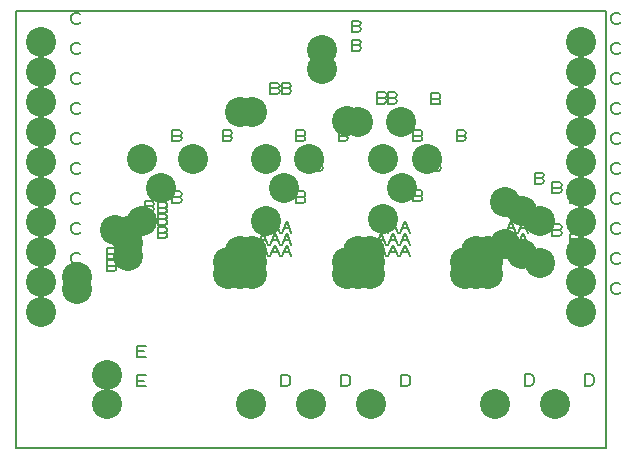
<source format=gbr>
%FSLAX23Y23*%
%MOIN*%
G04 EasyPC Gerber Version 15.0.4 Build 3016 *
%ADD10C,0.00500*%
%ADD100C,0.10000*%
X0Y0D02*
D02*
D10*
X3Y1722D02*
Y266D01*
X1971*
Y1722*
X3*
X218Y787D02*
X215Y784D01*
X209Y780*
X199*
X193Y784*
X190Y787*
X187Y793*
Y805*
X190Y812*
X193Y815*
X199Y818*
X209*
X215Y815*
X218Y812*
Y887D02*
X215Y884D01*
X209Y880*
X199*
X193Y884*
X190Y887*
X187Y893*
Y905*
X190Y912*
X193Y915*
X199Y918*
X209*
X215Y915*
X218Y912*
Y987D02*
X215Y984D01*
X209Y980*
X199*
X193Y984*
X190Y987*
X187Y993*
Y1005*
X190Y1012*
X193Y1015*
X199Y1018*
X209*
X215Y1015*
X218Y1012*
Y1087D02*
X215Y1084D01*
X209Y1080*
X199*
X193Y1084*
X190Y1087*
X187Y1093*
Y1105*
X190Y1112*
X193Y1115*
X199Y1118*
X209*
X215Y1115*
X218Y1112*
Y1187D02*
X215Y1184D01*
X209Y1180*
X199*
X193Y1184*
X190Y1187*
X187Y1193*
Y1205*
X190Y1212*
X193Y1215*
X199Y1218*
X209*
X215Y1215*
X218Y1212*
Y1287D02*
X215Y1284D01*
X209Y1280*
X199*
X193Y1284*
X190Y1287*
X187Y1293*
Y1305*
X190Y1312*
X193Y1315*
X199Y1318*
X209*
X215Y1315*
X218Y1312*
Y1387D02*
X215Y1384D01*
X209Y1380*
X199*
X193Y1384*
X190Y1387*
X187Y1393*
Y1405*
X190Y1412*
X193Y1415*
X199Y1418*
X209*
X215Y1415*
X218Y1412*
Y1487D02*
X215Y1484D01*
X209Y1480*
X199*
X193Y1484*
X190Y1487*
X187Y1493*
Y1505*
X190Y1512*
X193Y1515*
X199Y1518*
X209*
X215Y1515*
X218Y1512*
Y1587D02*
X215Y1584D01*
X209Y1580*
X199*
X193Y1584*
X190Y1587*
X187Y1593*
Y1605*
X190Y1612*
X193Y1615*
X199Y1618*
X209*
X215Y1615*
X218Y1612*
Y1687D02*
X215Y1684D01*
X209Y1680*
X199*
X193Y1684*
X190Y1687*
X187Y1693*
Y1705*
X190Y1712*
X193Y1715*
X199Y1718*
X209*
X215Y1715*
X218Y1712*
X329Y875D02*
X335Y872D01*
X338Y866*
X335Y860*
X329Y856*
X307*
Y894*
X329*
X335Y891*
X338Y885*
X335Y878*
X329Y875*
X307*
X329Y915D02*
X335Y911D01*
X338Y905*
X335Y899*
X329Y896*
X307*
Y933*
X329*
X335Y930*
X338Y924*
X335Y918*
X329Y915*
X307*
X405Y472D02*
Y509D01*
X436*
X430Y490D02*
X405D01*
Y472D02*
X436D01*
X405Y570D02*
Y608D01*
X436*
X430Y589D02*
X405D01*
Y570D02*
X436D01*
X455Y1072D02*
X461Y1069D01*
X464Y1063*
X461Y1056*
X455Y1053*
X433*
Y1091*
X455*
X461Y1088*
X464Y1081*
X461Y1075*
X455Y1072*
X433*
X498Y985D02*
X505Y982D01*
X508Y976*
X505Y970*
X498Y967*
X477*
Y1004*
X498*
X505Y1001*
X508Y995*
X505Y989*
X498Y985*
X477*
X498Y1029D02*
X505Y1026D01*
X508Y1019*
X505Y1013*
X498Y1010*
X477*
Y1047*
X498*
X505Y1044*
X508Y1038*
X505Y1032*
X498Y1029*
X477*
X498Y1068D02*
X505Y1065D01*
X508Y1059*
X505Y1052*
X498Y1049*
X477*
Y1087*
X498*
X505Y1084*
X508Y1077*
X505Y1071*
X498Y1068*
X477*
X546Y1104D02*
X552Y1100D01*
X555Y1094*
X552Y1088*
X546Y1085*
X524*
Y1122*
X546*
X552Y1119*
X555Y1113*
X552Y1107*
X546Y1104*
X524*
X546Y1308D02*
X552Y1305D01*
X555Y1299*
X552Y1293*
X546Y1290*
X524*
Y1327*
X546*
X552Y1324*
X555Y1318*
X552Y1311*
X546Y1308*
X524*
X609Y1210D02*
X615Y1207D01*
X618Y1200*
X615Y1194*
X609Y1191*
X587*
Y1229*
X609*
X615Y1225*
X618Y1219*
X615Y1213*
X609Y1210*
X587*
X715Y1308D02*
X721Y1305D01*
X724Y1299*
X721Y1293*
X715Y1290*
X693*
Y1327*
X715*
X721Y1324*
X724Y1318*
X721Y1311*
X715Y1308*
X693*
X811Y906D02*
X827Y943D01*
X842Y906*
X817Y921D02*
X836D01*
X811Y945D02*
X827Y983D01*
X842Y945*
X817Y961D02*
X836D01*
X851Y906D02*
X866Y943D01*
X882Y906*
X857Y921D02*
X876D01*
X851Y945D02*
X866Y983D01*
X882Y945*
X857Y961D02*
X876D01*
X851Y984D02*
X866Y1022D01*
X882Y984*
X857Y1000D02*
X876D01*
X872Y1466D02*
X879Y1463D01*
X882Y1456*
X879Y1450*
X872Y1447*
X851*
Y1484*
X872*
X879Y1481*
X882Y1475*
X879Y1469*
X872Y1466*
X851*
X887Y473D02*
Y510D01*
X906*
X912Y507*
X915Y504*
X918Y498*
Y485*
X915Y479*
X912Y476*
X906Y473*
X887*
X890Y906D02*
X906Y943D01*
X921Y906*
X896Y921D02*
X915D01*
X890Y945D02*
X906Y983D01*
X921Y945*
X896Y961D02*
X915D01*
X890Y984D02*
X906Y1022D01*
X921Y984*
X896Y1000D02*
X915D01*
X912Y1466D02*
X918Y1463D01*
X921Y1456*
X918Y1450*
X912Y1447*
X890*
Y1484*
X912*
X918Y1481*
X921Y1475*
X918Y1469*
X912Y1466*
X890*
X959Y1104D02*
X965Y1100D01*
X968Y1094*
X965Y1088*
X959Y1085*
X937*
Y1122*
X959*
X965Y1119*
X968Y1113*
X965Y1107*
X959Y1104*
X937*
X959Y1308D02*
X965Y1305D01*
X968Y1299*
X965Y1293*
X959Y1290*
X937*
Y1327*
X959*
X965Y1324*
X968Y1318*
X965Y1311*
X959Y1308*
X937*
X1018Y1210D02*
X1024Y1207D01*
X1027Y1200*
X1024Y1194*
X1018Y1191*
X996*
Y1229*
X1018*
X1024Y1225*
X1027Y1219*
X1024Y1213*
X1018Y1210*
X996*
X1101Y1308D02*
X1107Y1305D01*
X1110Y1299*
X1107Y1293*
X1101Y1290*
X1079*
Y1327*
X1101*
X1107Y1324*
X1110Y1318*
X1107Y1311*
X1101Y1308*
X1079*
X1087Y473D02*
Y510D01*
X1106*
X1112Y507*
X1115Y504*
X1118Y498*
Y485*
X1115Y479*
X1112Y476*
X1106Y473*
X1087*
X1144Y1672D02*
X1150Y1669D01*
X1153Y1663*
X1150Y1657*
X1144Y1654*
X1122*
Y1691*
X1144*
X1150Y1688*
X1153Y1682*
X1150Y1676*
X1144Y1672*
X1122*
X1145Y1609D02*
X1151Y1606D01*
X1154Y1600*
X1151Y1594*
X1145Y1591*
X1123*
Y1628*
X1145*
X1151Y1625*
X1154Y1619*
X1151Y1613*
X1145Y1609*
X1123*
X1205Y906D02*
X1220Y943D01*
X1236Y906*
X1211Y921D02*
X1230D01*
X1205Y945D02*
X1220Y983D01*
X1236Y945*
X1211Y961D02*
X1230D01*
X1230Y1434D02*
X1236Y1431D01*
X1239Y1425*
X1236Y1419*
X1230Y1415*
X1208*
Y1453*
X1230*
X1236Y1450*
X1239Y1444*
X1236Y1437*
X1230Y1434*
X1208*
X1264Y1433D02*
X1270Y1430D01*
X1274Y1424*
X1270Y1418*
X1264Y1415*
X1242*
Y1452*
X1264*
X1270Y1449*
X1274Y1443*
X1270Y1436*
X1264Y1433*
X1242*
X1244Y906D02*
X1260Y943D01*
X1275Y906*
X1250Y921D02*
X1269D01*
X1244Y945D02*
X1260Y983D01*
X1275Y945*
X1250Y961D02*
X1269D01*
X1244Y984D02*
X1260Y1022D01*
X1275Y984*
X1250Y1000D02*
X1269D01*
X1284Y906D02*
X1299Y943D01*
X1315Y906*
X1290Y921D02*
X1309D01*
X1284Y945D02*
X1299Y983D01*
X1315Y945*
X1290Y961D02*
X1309D01*
X1284Y984D02*
X1299Y1022D01*
X1315Y984*
X1290Y1000D02*
X1309D01*
X1287Y473D02*
Y510D01*
X1306*
X1312Y507*
X1315Y504*
X1318Y498*
Y485*
X1315Y479*
X1312Y476*
X1306Y473*
X1287*
X1349Y1107D02*
X1355Y1104D01*
X1358Y1098*
X1355Y1092*
X1349Y1089*
X1327*
Y1126*
X1349*
X1355Y1123*
X1358Y1117*
X1355Y1111*
X1349Y1107*
X1327*
X1349Y1308D02*
X1355Y1305D01*
X1358Y1299*
X1355Y1293*
X1349Y1290*
X1327*
Y1327*
X1349*
X1355Y1324*
X1358Y1318*
X1355Y1311*
X1349Y1308*
X1327*
X1409Y1430D02*
X1415Y1427D01*
X1418Y1421*
X1415Y1415*
X1409Y1412*
X1387*
Y1449*
X1409*
X1415Y1446*
X1418Y1440*
X1415Y1433*
X1409Y1430*
X1387*
X1412Y1210D02*
X1418Y1207D01*
X1421Y1200*
X1418Y1194*
X1412Y1191*
X1390*
Y1229*
X1412*
X1418Y1225*
X1421Y1219*
X1418Y1213*
X1412Y1210*
X1390*
X1494Y1308D02*
X1501Y1305D01*
X1504Y1299*
X1501Y1293*
X1494Y1290*
X1473*
Y1327*
X1494*
X1501Y1324*
X1504Y1318*
X1501Y1311*
X1494Y1308*
X1473*
X1599Y906D02*
X1614Y943D01*
X1630Y906*
X1605Y921D02*
X1624D01*
X1599Y945D02*
X1614Y983D01*
X1630Y945*
X1605Y961D02*
X1624D01*
X1638Y906D02*
X1654Y943D01*
X1669Y906*
X1644Y921D02*
X1663D01*
X1638Y945D02*
X1654Y983D01*
X1669Y945*
X1644Y961D02*
X1663D01*
X1638Y984D02*
X1654Y1022D01*
X1669Y984*
X1644Y1000D02*
X1663D01*
X1677Y906D02*
X1693Y943D01*
X1709Y906*
X1684Y921D02*
X1702D01*
X1677Y945D02*
X1693Y983D01*
X1709Y945*
X1684Y961D02*
X1702D01*
X1677Y984D02*
X1693Y1022D01*
X1709Y984*
X1684Y1000D02*
X1702D01*
X1699Y475D02*
Y512D01*
X1718*
X1724Y509*
X1727Y506*
X1731Y500*
Y487*
X1727Y481*
X1724Y478*
X1718Y475*
X1699*
X1754Y1025D02*
X1761Y1022D01*
X1764Y1015*
X1761Y1009*
X1754Y1006*
X1732*
Y1044*
X1754*
X1761Y1040*
X1764Y1034*
X1761Y1028*
X1754Y1025*
X1732*
X1754Y1167D02*
X1761Y1163D01*
X1764Y1157*
X1761Y1151*
X1754Y1148*
X1732*
Y1185*
X1754*
X1761Y1182*
X1764Y1176*
X1761Y1170*
X1754Y1167*
X1732*
X1813Y993D02*
X1820Y990D01*
X1823Y984*
X1820Y978*
X1813Y975*
X1791*
Y1012*
X1813*
X1820Y1009*
X1823Y1003*
X1820Y996*
X1813Y993*
X1791*
X1813Y1135D02*
X1820Y1132D01*
X1823Y1126*
X1820Y1119*
X1813Y1116*
X1791*
Y1154*
X1813*
X1820Y1151*
X1823Y1144*
X1820Y1138*
X1813Y1135*
X1791*
X1872Y962D02*
X1879Y959D01*
X1882Y952*
X1879Y946*
X1872Y943*
X1851*
Y981*
X1872*
X1879Y977*
X1882Y971*
X1879Y965*
X1872Y962*
X1851*
X1872Y1104D02*
X1879Y1100D01*
X1882Y1094*
X1879Y1088*
X1872Y1085*
X1851*
Y1122*
X1872*
X1879Y1119*
X1882Y1113*
X1879Y1107*
X1872Y1104*
X1851*
X1899Y475D02*
Y512D01*
X1918*
X1924Y509*
X1927Y506*
X1931Y500*
Y487*
X1927Y481*
X1924Y478*
X1918Y475*
X1899*
X2018Y787D02*
X2015Y784D01*
X2009Y780*
X1999*
X1993Y784*
X1990Y787*
X1987Y793*
Y805*
X1990Y812*
X1993Y815*
X1999Y818*
X2009*
X2015Y815*
X2018Y812*
Y887D02*
X2015Y884D01*
X2009Y880*
X1999*
X1993Y884*
X1990Y887*
X1987Y893*
Y905*
X1990Y912*
X1993Y915*
X1999Y918*
X2009*
X2015Y915*
X2018Y912*
Y987D02*
X2015Y984D01*
X2009Y980*
X1999*
X1993Y984*
X1990Y987*
X1987Y993*
Y1005*
X1990Y1012*
X1993Y1015*
X1999Y1018*
X2009*
X2015Y1015*
X2018Y1012*
Y1087D02*
X2015Y1084D01*
X2009Y1080*
X1999*
X1993Y1084*
X1990Y1087*
X1987Y1093*
Y1105*
X1990Y1112*
X1993Y1115*
X1999Y1118*
X2009*
X2015Y1115*
X2018Y1112*
Y1187D02*
X2015Y1184D01*
X2009Y1180*
X1999*
X1993Y1184*
X1990Y1187*
X1987Y1193*
Y1205*
X1990Y1212*
X1993Y1215*
X1999Y1218*
X2009*
X2015Y1215*
X2018Y1212*
Y1287D02*
X2015Y1284D01*
X2009Y1280*
X1999*
X1993Y1284*
X1990Y1287*
X1987Y1293*
Y1305*
X1990Y1312*
X1993Y1315*
X1999Y1318*
X2009*
X2015Y1315*
X2018Y1312*
Y1387D02*
X2015Y1384D01*
X2009Y1380*
X1999*
X1993Y1384*
X1990Y1387*
X1987Y1393*
Y1405*
X1990Y1412*
X1993Y1415*
X1999Y1418*
X2009*
X2015Y1415*
X2018Y1412*
Y1487D02*
X2015Y1484D01*
X2009Y1480*
X1999*
X1993Y1484*
X1990Y1487*
X1987Y1493*
Y1505*
X1990Y1512*
X1993Y1515*
X1999Y1518*
X2009*
X2015Y1515*
X2018Y1512*
Y1587D02*
X2015Y1584D01*
X2009Y1580*
X1999*
X1993Y1584*
X1990Y1587*
X1987Y1593*
Y1605*
X1990Y1612*
X1993Y1615*
X1999Y1618*
X2009*
X2015Y1615*
X2018Y1612*
Y1687D02*
X2015Y1684D01*
X2009Y1680*
X1999*
X1993Y1684*
X1990Y1687*
X1987Y1693*
Y1705*
X1990Y1712*
X1993Y1715*
X1999Y1718*
X2009*
X2015Y1715*
X2018Y1712*
D02*
D100*
X87Y721D03*
Y821D03*
Y921D03*
Y1021D03*
Y1121D03*
Y1221D03*
Y1321D03*
Y1421D03*
Y1521D03*
Y1621D03*
X207Y797D03*
Y836D03*
X305Y412D03*
Y511D03*
X333Y994D03*
X377Y907D03*
Y951D03*
Y990D03*
X424Y1025D03*
Y1230D03*
X487Y1132D03*
X593Y1230D03*
X711Y846D03*
Y886D03*
X751Y846D03*
Y886D03*
Y925D03*
Y1388D03*
X787Y413D03*
X790Y846D03*
Y886D03*
Y925D03*
Y1388D03*
X837Y1025D03*
Y1230D03*
X896Y1132D03*
X979Y1230D03*
X987Y413D03*
X1022Y1594D03*
X1023Y1531D03*
X1105Y846D03*
Y886D03*
X1108Y1356D03*
X1142Y1355D03*
X1144Y846D03*
Y886D03*
Y925D03*
X1184Y846D03*
Y886D03*
Y925D03*
X1187Y413D03*
X1227Y1029D03*
Y1230D03*
X1287Y1352D03*
X1290Y1132D03*
X1373Y1230D03*
X1499Y846D03*
Y886D03*
X1538Y846D03*
Y886D03*
Y925D03*
X1577Y846D03*
Y886D03*
Y925D03*
X1599Y415D03*
X1632Y947D03*
Y1088D03*
X1691Y915D03*
Y1057D03*
X1751Y884D03*
Y1025D03*
X1799Y415D03*
X1887Y721D03*
Y821D03*
Y921D03*
Y1021D03*
Y1121D03*
Y1221D03*
Y1321D03*
Y1421D03*
Y1521D03*
Y1621D03*
X0Y0D02*
M02*

</source>
